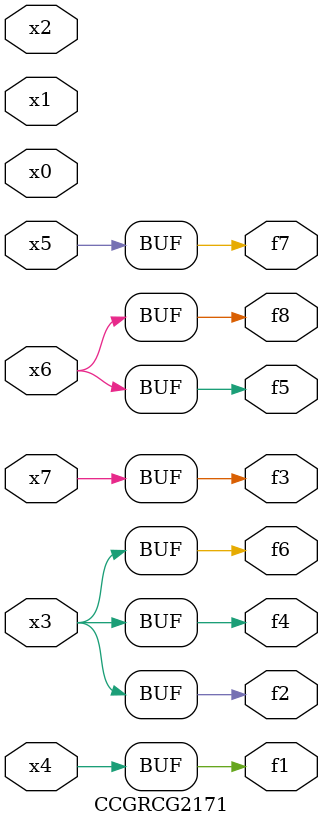
<source format=v>
module CCGRCG2171(
	input x0, x1, x2, x3, x4, x5, x6, x7,
	output f1, f2, f3, f4, f5, f6, f7, f8
);
	assign f1 = x4;
	assign f2 = x3;
	assign f3 = x7;
	assign f4 = x3;
	assign f5 = x6;
	assign f6 = x3;
	assign f7 = x5;
	assign f8 = x6;
endmodule

</source>
